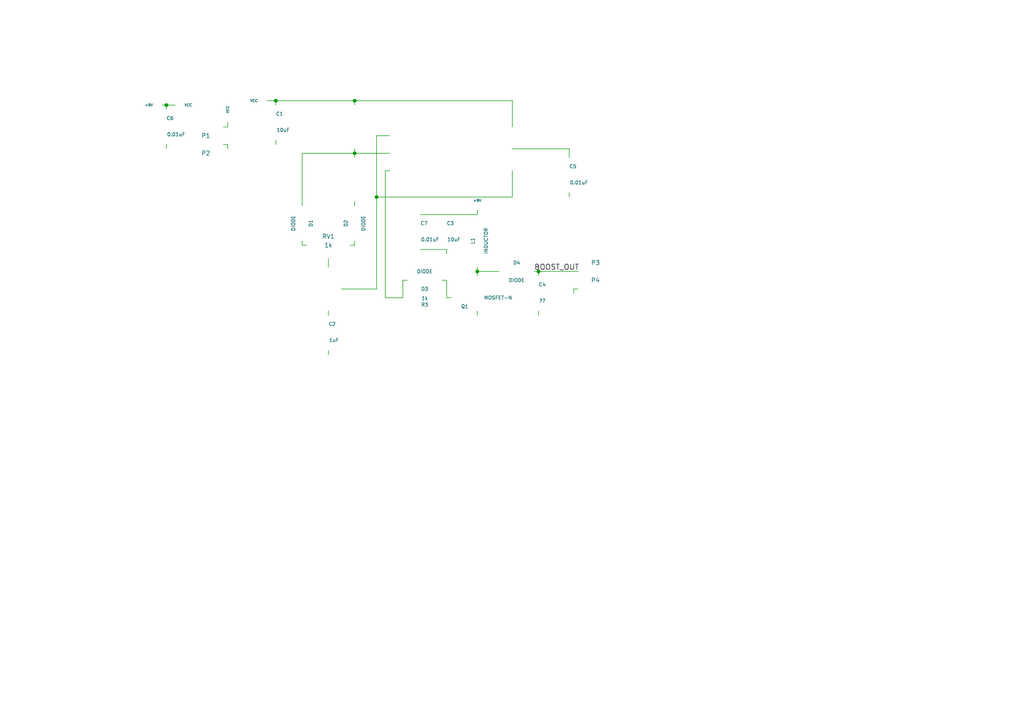
<source format=kicad_sch>
(kicad_sch (version 20230121) (generator eeschema)
  (paper "A4")
  (title_block (title "Simple Boost Regulator") (date "Sat 28 Feb 2015"))
  (lib_symbols)
  (junction (at 102.87 29.21))
  (junction (at 102.87 44.45))
  (junction (at 80.01 29.21))
  (junction (at 138.43 78.74))
  (junction (at 156.21 78.74))
  (junction (at 109.22 57.15))
  (junction (at 48.26 30.48))
  (wire (pts (xy 138.43 62.23) (xy 138.43 60.96)))
  (wire (pts (xy 138.43 91.44) (xy 138.43 90.17)))
  (wire (pts (xy 156.21 78.74) (xy 167.64 78.74)))
  (wire (pts (xy 118.11 81.28) (xy 116.84 81.28)))
  (wire (pts (xy 156.21 78.74) (xy 156.21 80.01)))
  (wire (pts (xy 109.22 57.15) (xy 109.22 83.82)))
  (wire (pts (xy 88.9 71.12) (xy 87.63 71.12)))
  (wire (pts (xy 48.26 43.18) (xy 48.26 41.91)))
  (wire (pts (xy 166.37 83.82) (xy 167.64 83.82)))
  (wire (pts (xy 102.87 44.45) (xy 102.87 45.72)))
  (wire (pts (xy 102.87 58.42) (xy 102.87 59.69)))
  (wire (pts (xy 66.04 36.83) (xy 66.04 35.56)))
  (wire (pts (xy 48.26 30.48) (xy 50.8 30.48)))
  (wire (pts (xy 113.03 49.53) (xy 111.76 49.53)))
  (wire (pts (xy 102.87 43.18) (xy 102.87 44.45)))
  (wire (pts (xy 48.26 31.75) (xy 48.26 30.48)))
  (wire (pts (xy 111.76 86.36) (xy 116.84 86.36)))
  (wire (pts (xy 129.54 86.36) (xy 129.54 81.28)))
  (wire (pts (xy 165.1 43.18) (xy 148.59 43.18)))
  (wire (pts (xy 102.87 69.85) (xy 102.87 71.12)))
  (wire (pts (xy 129.54 72.39) (xy 129.54 73.66)))
  (wire (pts (xy 64.77 36.83) (xy 66.04 36.83)))
  (wire (pts (xy 165.1 57.15) (xy 165.1 55.88)))
  (wire (pts (xy 66.04 41.91) (xy 66.04 43.18)))
  (wire (pts (xy 148.59 29.21) (xy 148.59 36.83)))
  (wire (pts (xy 156.21 91.44) (xy 156.21 90.17)))
  (wire (pts (xy 109.22 83.82) (xy 99.06 83.82)))
  (wire (pts (xy 109.22 39.37) (xy 109.22 57.15)))
  (wire (pts (xy 165.1 45.72) (xy 165.1 43.18)))
  (wire (pts (xy 148.59 49.53) (xy 148.59 57.15)))
  (wire (pts (xy 144.78 78.74) (xy 138.43 78.74)))
  (wire (pts (xy 148.59 57.15) (xy 109.22 57.15)))
  (wire (pts (xy 95.25 74.93) (xy 95.25 77.47)))
  (wire (pts (xy 116.84 81.28) (xy 116.84 86.36)))
  (wire (pts (xy 64.77 41.91) (xy 66.04 41.91)))
  (wire (pts (xy 166.37 85.09) (xy 166.37 83.82)))
  (wire (pts (xy 87.63 44.45) (xy 87.63 59.69)))
  (wire (pts (xy 87.63 71.12) (xy 87.63 69.85)))
  (wire (pts (xy 102.87 29.21) (xy 102.87 30.48)))
  (wire (pts (xy 95.25 91.44) (xy 95.25 90.17)))
  (wire (pts (xy 80.01 29.21) (xy 102.87 29.21)))
  (wire (pts (xy 121.92 72.39) (xy 129.54 72.39)))
  (wire (pts (xy 77.47 29.21) (xy 80.01 29.21)))
  (wire (pts (xy 80.01 40.64) (xy 80.01 41.91)))
  (wire (pts (xy 102.87 44.45) (xy 113.03 44.45)))
  (wire (pts (xy 138.43 77.47) (xy 138.43 78.74)))
  (wire (pts (xy 130.81 86.36) (xy 129.54 86.36)))
  (wire (pts (xy 80.01 30.48) (xy 80.01 29.21)))
  (wire (pts (xy 102.87 29.21) (xy 148.59 29.21)))
  (wire (pts (xy 102.87 71.12) (xy 101.6 71.12)))
  (wire (pts (xy 113.03 39.37) (xy 109.22 39.37)))
  (wire (pts (xy 95.25 102.87) (xy 95.25 101.6)))
  (wire (pts (xy 129.54 81.28) (xy 128.27 81.28)))
  (wire (pts (xy 121.92 62.23) (xy 138.43 62.23)))
  (wire (pts (xy 138.43 78.74) (xy 138.43 80.01)))
  (wire (pts (xy 87.63 44.45) (xy 102.87 44.45)))
  (wire (pts (xy 111.76 49.53) (xy 111.76 86.36)))
  (wire (pts (xy 46.99 30.48) (xy 48.26 30.48)))
  (wire (pts (xy 154.94 78.74) (xy 156.21 78.74)))
  (label "BOOST_OUT" (at 154.94 78.74 0) (effects (font (size 1.524 1.524))))
  (symbol (lib_id "LM555N") (at 130.81 44.45 180) (unit 1)
    (property "Reference" "U1" (at 130.81 46.99 0) (effects (font (size 1.778 1.778))))
    (property "Value" "LM555N" (at 130.81 41.91 0) (effects (font (size 1.778 1.778))))
    (property "Footprint" "Sockets_DIP:DIP-8__300" (effects hide))
  )
  (symbol (lib_id "C") (at 165.1 50.8 0) (unit 1)
    (property "Reference" "C5" (at 165.1 48.26 0) (effects (font (size 1.016 1.016)) (justify left)))
    (property "Value" "0.01uF" (at 165.2524 52.959 0) (effects (font (size 1.016 1.016)) (justify left)))
    (property "Footprint" "Capacitors_ThroughHole:Capacitor3MMDiscRM2.5" (effects hide))
    (property "Datasheet" "http://www.digikey.com/product-detail/en/C315C103K5R5TA7303/399-9858-1-ND/3726184" (effects hide))
  )
  (symbol (lib_id "C") (at 95.25 96.52 0) (unit 1)
    (property "Reference" "C2" (at 95.25 93.98 0) (effects (font (size 1.016 1.016)) (justify left)))
    (property "Value" "1uF" (at 95.4024 98.679 0) (effects (font (size 1.016 1.016)) (justify left)))
    (property "Footprint" "Capacitors_ThroughHole:Capacitor3MMDiscRM2.5" (effects hide))
  )
  (symbol (lib_id "+9V") (at 138.43 60.96 0) (unit 1)
    (property "Reference" "#PWR01" (effects hide))
    (property "Value" "+9V" (at 138.43 58.166 0) (effects (font (size 0.762 0.762))))
  )
  (symbol (lib_id "INDUCTOR") (at 138.43 69.85 0) (unit 1)
    (property "Reference" "L1" (at 137.16 69.85 90) (effects (font (size 1.016 1.016))))
    (property "Value" "INDUCTOR" (at 140.97 69.85 90) (effects (font (size 1.016 1.016))))
    (property "Footprint" "Inductors:SELF-WE-PD-XXL" (effects hide))
    (property "Datasheet" "http://www.digikey.com/product-detail/en/7447709471/732-1699-1-ND/1994279" (effects hide))
  )
  (symbol (lib_id "GND") (at 138.43 91.44 0) (unit 1)
    (property "Reference" "#PWR02" (effects hide))
    (property "Value" "GND" (effects hide))
  )
  (symbol (lib_id "DIODE") (at 149.86 78.74 0) (unit 1)
    (property "Reference" "D4" (at 149.86 76.2 0) (effects (font (size 1.016 1.016))))
    (property "Value" "DIODE" (at 149.86 81.28 0) (effects (font (size 1.016 1.016))))
    (property "Footprint" "Diodes_ThroughHole:Diode_DO-41_SOD81_Horizontal_RM10" (effects hide))
    (property "Datasheet" "http://www.digikey.com/product-detail/en/R2000-TP/R2000-TPMSCT-ND/3191620" (effects hide))
  )
  (symbol (lib_id "GND") (at 156.21 91.44 0) (unit 1)
    (property "Reference" "#PWR03" (effects hide))
    (property "Value" "GND" (effects hide))
  )
  (symbol (lib_id "CP2") (at 129.54 67.31 0) (unit 1)
    (property "Reference" "C3" (at 129.54 64.77 0) (effects (font (size 1.016 1.016)) (justify left)))
    (property "Value" "10uF" (at 129.6924 69.469 0) (effects (font (size 1.016 1.016)) (justify left)))
    (property "Footprint" "Capacitors_Elko_ThroughHole:Elko_vert_20x10mm_RM5" (effects hide))
    (property "Datasheet" "http://www.digikey.com/product-detail/en/EEU-FC1H100L/P10316-ND/266325" (effects hide))
  )
  (symbol (lib_id "GND") (at 129.54 73.66 0) (unit 1)
    (property "Reference" "#PWR04" (effects hide))
    (property "Value" "GND" (effects hide))
  )
  (symbol (lib_id "POT") (at 95.25 71.12 180) (unit 1)
    (property "Reference" "RV1" (at 95.25 68.58 0))
    (property "Value" "1k" (at 95.25 71.12 0))
    (property "Footprint" "NQBit:Potentiometer_Thumbwheel" (effects hide))
    (property "Datasheet" "http://www.digikey.com/product-detail/en/3352T-1-102LF/3352T-102LF-ND/1088340" (effects hide))
  )
  (symbol (lib_id "POT") (at 95.25 83.82 270) (unit 1)
    (property "Reference" "RV2" (at 92.71 83.82 0))
    (property "Value" "1k" (at 95.25 83.82 0))
    (property "Footprint" "NQBit:Potentiometer_Thumbwheel" (effects hide))
    (property "Datasheet" "http://www.digikey.com/product-detail/en/3352T-1-102LF/3352T-102LF-ND/1088340" (effects hide))
  )
  (symbol (lib_id "DIODE") (at 102.87 64.77 90) (unit 1)
    (property "Reference" "D2" (at 100.33 64.77 0) (effects (font (size 1.016 1.016))))
    (property "Value" "DIODE" (at 105.41 64.77 0) (effects (font (size 1.016 1.016))))
    (property "Footprint" "Diodes_ThroughHole:Diode_DO-41_SOD81_Horizontal_RM10" (effects hide))
    (property "Datasheet" "http://www.digikey.com/product-detail/en/1N4001-G/641-1310-1-ND/1979675" (effects hide))
  )
  (symbol (lib_id "DIODE") (at 87.63 64.77 270) (unit 1)
    (property "Reference" "D1" (at 90.17 64.77 0) (effects (font (size 1.016 1.016))))
    (property "Value" "DIODE" (at 85.09 64.77 0) (effects (font (size 1.016 1.016))))
    (property "Footprint" "Diodes_ThroughHole:Diode_DO-41_SOD81_Horizontal_RM10" (effects hide))
    (property "Datasheet" "http://www.digikey.com/product-detail/en/1N4001-G/641-1310-1-ND/1979675" (effects hide))
  )
  (symbol (lib_id "R") (at 102.87 52.07 0) (unit 1)
    (property "Reference" "R2" (at 104.902 52.07 90) (effects (font (size 1.016 1.016))))
    (property "Value" "1k" (at 103.0478 52.0446 90) (effects (font (size 1.016 1.016))))
    (property "Footprint" "Resistors_ThroughHole:Resistor_Horizontal_RM10mm" (effects hide))
  )
  (symbol (lib_id "R") (at 102.87 36.83 0) (unit 1)
    (property "Reference" "R1" (at 104.902 36.83 90) (effects (font (size 1.016 1.016))))
    (property "Value" "1k" (at 103.0478 36.8046 90) (effects (font (size 1.016 1.016))))
    (property "Footprint" "Resistors_ThroughHole:Resistor_Horizontal_RM10mm" (effects hide))
  )
  (symbol (lib_id "CP2") (at 80.01 35.56 0) (unit 1)
    (property "Reference" "C1" (at 80.01 33.02 0) (effects (font (size 1.016 1.016)) (justify left)))
    (property "Value" "10uF" (at 80.1624 37.719 0) (effects (font (size 1.016 1.016)) (justify left)))
    (property "Footprint" "Capacitors_Elko_ThroughHole:Elko_vert_20x10mm_RM5" (effects hide))
    (property "Datasheet" "http://www.digikey.com/product-detail/en/EEU-FC1H100L/P10316-ND/266325" (effects hide))
  )
  (symbol (lib_id "GND") (at 80.01 41.91 0) (unit 1)
    (property "Reference" "#PWR05" (effects hide))
    (property "Value" "GND" (effects hide))
  )
  (symbol (lib_id "R") (at 123.19 86.36 270) (unit 1)
    (property "Reference" "R3" (at 123.19 88.392 90) (effects (font (size 1.016 1.016))))
    (property "Value" "1k" (at 123.2154 86.5378 90) (effects (font (size 1.016 1.016))))
    (property "Footprint" "Resistors_ThroughHole:Resistor_Horizontal_RM10mm" (effects hide))
  )
  (symbol (lib_id "DIODE") (at 123.19 81.28 180) (unit 1)
    (property "Reference" "D3" (at 123.19 83.82 0) (effects (font (size 1.016 1.016))))
    (property "Value" "DIODE" (at 123.19 78.74 0) (effects (font (size 1.016 1.016))))
    (property "Footprint" "Diodes_ThroughHole:Diode_DO-41_SOD81_Horizontal_RM10" (effects hide))
    (property "Datasheet" "http://www.digikey.com/product-detail/en/1N4001-G/641-1310-1-ND/1979675" (effects hide))
  )
  (symbol (lib_id "+9V") (at 46.99 30.48 90) (unit 1)
    (property "Reference" "#PWR06" (effects hide))
    (property "Value" "+9V" (at 43.18 30.48 90) (effects (font (size 0.762 0.762))))
  )
  (symbol (lib_id "VCC") (at 50.8 30.48 270) (unit 1)
    (property "Reference" "#PWR07" (effects hide))
    (property "Value" "VCC" (at 54.61 30.48 90) (effects (font (size 0.762 0.762))))
  )
  (symbol (lib_id "VCC") (at 77.47 29.21 90) (unit 1)
    (property "Reference" "#PWR08" (effects hide))
    (property "Value" "VCC" (at 73.66 29.21 90) (effects (font (size 0.762 0.762))))
  )
  (symbol (lib_id "GND") (at 165.1 57.15 0) (unit 1)
    (property "Reference" "#PWR09" (effects hide))
    (property "Value" "GND" (effects hide))
  )
  (symbol (lib_id "GND") (at 95.25 102.87 0) (unit 1)
    (property "Reference" "#PWR010" (effects hide))
    (property "Value" "GND" (effects hide))
  )
  (symbol (lib_id "C") (at 156.21 85.09 0) (unit 1)
    (property "Reference" "C4" (at 156.21 82.55 0) (effects (font (size 1.016 1.016)) (justify left)))
    (property "Value" "??" (at 156.3624 87.249 0) (effects (font (size 1.016 1.016)) (justify left)))
    (property "Footprint" "Capacitors_ThroughHole:Capacitor13x4RM10" (effects hide))
    (property "Datasheet" "http://www.digikey.com/product-detail/en/DECB33J102KC4B/490-4094-ND/1021106" (effects hide))
  )
  (symbol (lib_id "GND") (at 166.37 85.09 0) (unit 1)
    (property "Reference" "#PWR011" (effects hide))
    (property "Value" "GND" (effects hide))
  )
  (symbol (lib_id "VCC") (at 66.04 35.56 0) (unit 1)
    (property "Reference" "#PWR012" (effects hide))
    (property "Value" "VCC" (at 66.04 31.75 90) (effects (font (size 0.762 0.762))))
  )
  (symbol (lib_id "GND") (at 66.04 43.18 0) (unit 1)
    (property "Reference" "#PWR013" (effects hide))
    (property "Value" "GND" (effects hide))
  )
  (symbol (lib_id "CONN_01X01") (at 172.72 78.74 0) (unit 1)
    (property "Reference" "P3" (at 172.72 76.2 0))
    (property "Value" "CONN_01X01" (effects hide))
    (property "Footprint" "NQBit:Screw_Terminal_x1" (effects hide))
    (property "Datasheet" "http://www.digikey.com/product-detail/en/7693/7693K-ND/151562" (effects hide))
  )
  (symbol (lib_id "CONN_01X01") (at 172.72 83.82 0) (unit 1)
    (property "Reference" "P4" (at 172.72 81.28 0))
    (property "Value" "CONN_01X01" (effects hide))
    (property "Footprint" "NQBit:Screw_Terminal_x1" (effects hide))
    (property "Datasheet" "http://www.digikey.com/product-detail/en/7693/7693K-ND/151562" (effects hide))
  )
  (symbol (lib_id "C") (at 48.26 36.83 0) (unit 1)
    (property "Reference" "C6" (at 48.26 34.29 0) (effects (font (size 1.016 1.016)) (justify left)))
    (property "Value" "0.01uF" (at 48.4124 38.989 0) (effects (font (size 1.016 1.016)) (justify left)))
    (property "Footprint" "Capacitors_ThroughHole:Capacitor3MMDiscRM2.5" (effects hide))
    (property "Datasheet" "http://www.digikey.com/product-detail/en/C315C103K5R5TA7303/399-9858-1-ND/3726184" (effects hide))
  )
  (symbol (lib_id "GND") (at 48.26 43.18 0) (unit 1)
    (property "Reference" "#PWR014" (effects hide))
    (property "Value" "GND" (effects hide))
  )
  (symbol (lib_id "CONN_01X01") (at 59.69 41.91 180) (unit 1)
    (property "Reference" "P2" (at 59.69 44.45 0))
    (property "Value" "CONN_01X01" (effects hide))
    (property "Footprint" "NQBit:Screw_Terminal_x1" (effects hide))
    (property "Datasheet" "http://www.digikey.com/product-detail/en/7693/7693K-ND/151562" (effects hide))
  )
  (symbol (lib_id "C") (at 121.92 67.31 0) (unit 1)
    (property "Reference" "C7" (at 121.92 64.77 0) (effects (font (size 1.016 1.016)) (justify left)))
    (property "Value" "0.01uF" (at 122.0724 69.469 0) (effects (font (size 1.016 1.016)) (justify left)))
    (property "Footprint" "Capacitors_ThroughHole:Capacitor3MMDiscRM2.5" (effects hide))
    (property "Datasheet" "http://www.digikey.com/product-detail/en/C315C103K5R5TA7303/399-9858-1-ND/3726184" (effects hide))
  )
  (symbol (lib_id "CONN_01X01") (at 59.69 36.83 180) (unit 1)
    (property "Reference" "P1" (at 59.69 39.37 0))
    (property "Value" "CONN_01X01" (effects hide))
    (property "Footprint" "NQBit:Screw_Terminal_x1" (effects hide))
    (property "Datasheet" "http://www.digikey.com/product-detail/en/7693/7693K-ND/151562" (effects hide))
  )
  (symbol (lib_id "MOSFET-N") (at 135.89 85.09 0) (unit 1)
    (property "Reference" "Q1" (at 135.89 88.8746 0) (effects (font (size 1.016 1.016)) (justify right)))
    (property "Value" "MOSFET-N" (at 148.59 86.36 0) (effects (font (size 1.016 1.016)) (justify right)))
    (property "Footprint" "NQBit:TO-247_Vertical_Neutral123" (effects hide))
    (property "Datasheet" "http://www.digikey.com/product-detail/en/C2M1000170D/C2M1000170D-ND/4399776" (effects hide))
  )
)
</source>
